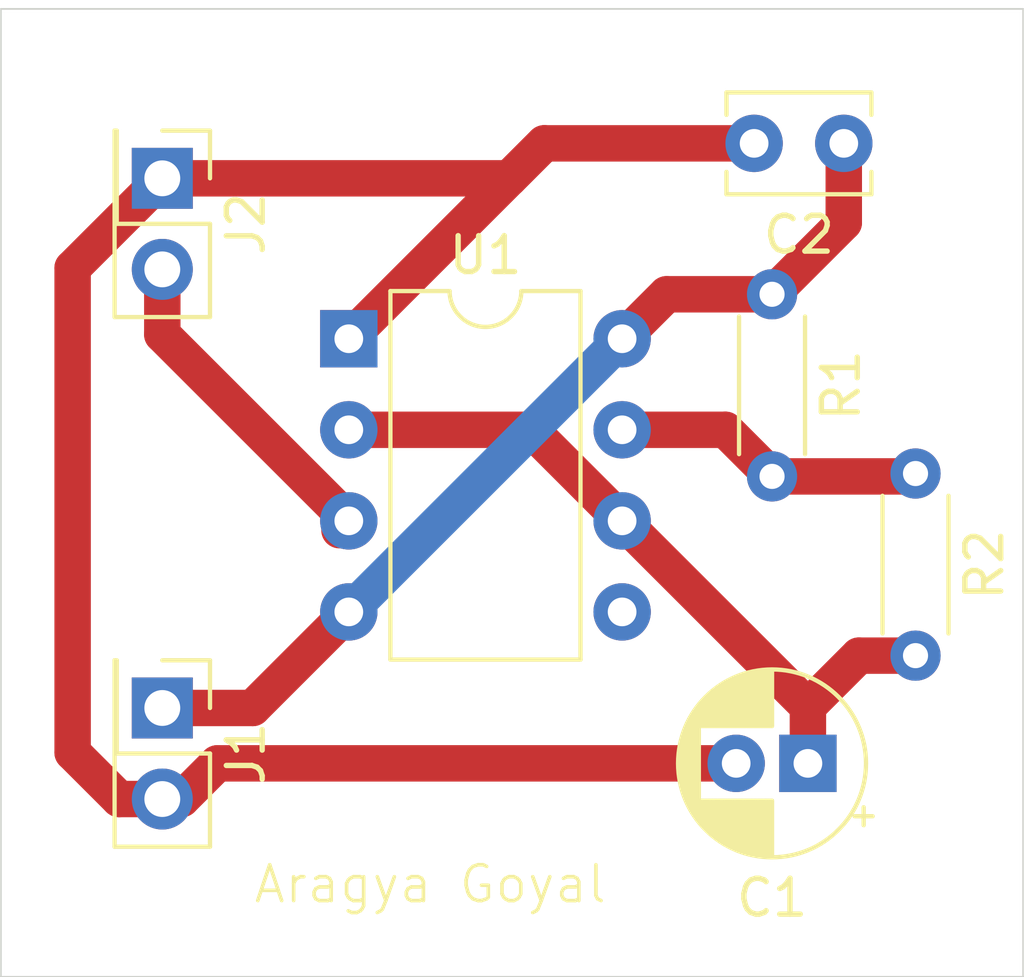
<source format=kicad_pcb>
(kicad_pcb (version 20240108) (generator "pcbnew") (generator_version "8.0")
  (layers (0 "F.Cu" signal) (31 "B.Cu" signal) (34 "B.Paste" user) (35 "F.Paste" user) (36 "B.SilkS" user "B.Silkscreen") (37 "F.SilkS" user "F.Silkscreen") (38 "B.Mask" user) (39 "F.Mask" user) (44 "Edge.Cuts" user))
  (net 0 "")
  (net 1 "GND")
  (net 2 "Net-(U1-THR)")
  (net 3 "+5V")
  (net 4 "Net-(J2-Pin_2)")
  (net 5 "Net-(U1-DIS)")
  (footprint "Package_DIP:DIP-8_W7.62mm" (layer "F.Cu") (at 147.7 93.2)
    (property "Reference" "U1" (at 3.81 -2.33 0) (layer "F.SilkS"))
    (property "Value" "NE555P")
    (fp_line (start 1.16 -1.33) (end 1.16 8.95) (stroke (width 0.12)) (layer "F.SilkS"))
    (fp_line (start 1.16 8.95) (end 6.46 8.95) (stroke (width 0.12)) (layer "F.SilkS"))
    (fp_line (start 2.81 -1.33) (end 1.16 -1.33) (stroke (width 0.12)) (layer "F.SilkS"))
    (fp_line (start 6.46 -1.33) (end 4.81 -1.33) (stroke (width 0.12)) (layer "F.SilkS"))
    (fp_line (start 6.46 8.95) (end 6.46 -1.33) (stroke (width 0.12)) (layer "F.SilkS"))
    (fp_arc (start 4.81 -1.33) (mid 3.81 -0.33) (end 2.81 -1.33) (stroke (width 0.12)) (layer "F.SilkS"))
    (pad "1" thru_hole rect (at 0 0) (size 1.6 1.6) (drill 0.8) (layers "*.Cu" "*.Mask") (net 1 "GND"))
    (pad "2" thru_hole oval (at 0 2.54) (size 1.6 1.6) (drill 0.8) (layers "*.Cu" "*.Mask") (net 2 "Net-(U1-THR)"))
    (pad "3" thru_hole oval (at 0 5.08) (size 1.6 1.6) (drill 0.8) (layers "*.Cu" "*.Mask") (net 4 "Net-(J2-Pin_2)"))
    (pad "4" thru_hole oval (at 0 7.62) (size 1.6 1.6) (drill 0.8) (layers "*.Cu" "*.Mask") (net 3 "+5V"))
    (pad "5" thru_hole oval (at 7.62 7.62) (size 1.6 1.6) (drill 0.8) (layers "*.Cu" "*.Mask"))
    (pad "6" thru_hole oval (at 7.62 5.08) (size 1.6 1.6) (drill 0.8) (layers "*.Cu" "*.Mask") (net 2 "Net-(U1-THR)"))
    (pad "7" thru_hole oval (at 7.62 2.54) (size 1.6 1.6) (drill 0.8) (layers "*.Cu" "*.Mask") (net 5 "Net-(U1-DIS)"))
    (pad "8" thru_hole oval (at 7.62 0) (size 1.6 1.6) (drill 0.8) (layers "*.Cu" "*.Mask") (net 3 "+5V"))
  )
  (footprint "Connector_PinHeader_2.54mm:PinHeader_2x01_P2.54mm_Vertical" (layer "F.Cu") (at 142.5 103.5 -90)
    (property "Reference" "J1" (at 1.27 -2.33 90) (layer "F.SilkS"))
    (property "Value" "Conn_01x02_Pin")
    (fp_line (start -1.33 1.33) (end 3.87 1.33) (stroke (width 0.12)) (layer "F.SilkS"))
    (fp_line (start -1.33 1.27) (end -1.33 1.33) (stroke (width 0.12)) (layer "F.SilkS"))
    (fp_line (start -1.33 1.27) (end 1.27 1.27) (stroke (width 0.12)) (layer "F.SilkS"))
    (fp_line (start 1.27 1.27) (end 1.27 -1.33) (stroke (width 0.12)) (layer "F.SilkS"))
    (fp_line (start -1.33 0) (end -1.33 -1.33) (stroke (width 0.12)) (layer "F.SilkS"))
    (fp_line (start -1.33 -1.33) (end 0 -1.33) (stroke (width 0.12)) (layer "F.SilkS"))
    (fp_line (start 1.27 -1.33) (end 3.87 -1.33) (stroke (width 0.12)) (layer "F.SilkS"))
    (fp_line (start 3.87 -1.33) (end 3.87 1.33) (stroke (width 0.12)) (layer "F.SilkS"))
    (pad "1" thru_hole rect (at 0 0 270) (size 1.7 1.7) (drill 1) (layers "*.Cu" "*.Mask") (net 3 "+5V"))
    (pad "2" thru_hole oval (at 2.54 0 270) (size 1.7 1.7) (drill 1) (layers "*.Cu" "*.Mask") (net 1 "GND"))
  )
  (footprint "Connector_PinHeader_2.54mm:PinHeader_2x01_P2.54mm_Vertical" (layer "F.Cu") (at 142.5 88.725 -90)
    (property "Reference" "J2" (at 1.27 -2.33 90) (layer "F.SilkS"))
    (property "Value" "Conn_01x02_Pin")
    (fp_line (start -1.33 1.33) (end 3.87 1.33) (stroke (width 0.12)) (layer "F.SilkS"))
    (fp_line (start -1.33 1.27) (end -1.33 1.33) (stroke (width 0.12)) (layer "F.SilkS"))
    (fp_line (start -1.33 1.27) (end 1.27 1.27) (stroke (width 0.12)) (layer "F.SilkS"))
    (fp_line (start 1.27 1.27) (end 1.27 -1.33) (stroke (width 0.12)) (layer "F.SilkS"))
    (fp_line (start -1.33 0) (end -1.33 -1.33) (stroke (width 0.12)) (layer "F.SilkS"))
    (fp_line (start -1.33 -1.33) (end 0 -1.33) (stroke (width 0.12)) (layer "F.SilkS"))
    (fp_line (start 1.27 -1.33) (end 3.87 -1.33) (stroke (width 0.12)) (layer "F.SilkS"))
    (fp_line (start 3.87 -1.33) (end 3.87 1.33) (stroke (width 0.12)) (layer "F.SilkS"))
    (pad "1" thru_hole rect (at 0 0 270) (size 1.7 1.7) (drill 1) (layers "*.Cu" "*.Mask") (net 1 "GND"))
    (pad "2" thru_hole oval (at 2.54 0 270) (size 1.7 1.7) (drill 1) (layers "*.Cu" "*.Mask") (net 4 "Net-(J2-Pin_2)"))
  )
  (footprint "Resistor_THT:R_Axial_DIN0204_L3.6mm_D1.6mm_P5.08mm_Horizontal" (layer "F.Cu") (at 159.5 91.96 -90)
    (property "Reference" "R1" (at 2.54 -1.92 90) (layer "F.SilkS"))
    (property "Value" "200")
    (fp_line (start 0.62 0.92) (end 4.46 0.92) (stroke (width 0.12)) (layer "F.SilkS"))
    (fp_line (start 0.62 -0.92) (end 4.46 -0.92) (stroke (width 0.12)) (layer "F.SilkS"))
    (pad "1" thru_hole circle (at 0 0 270) (size 1.4 1.4) (drill 0.7) (layers "*.Cu" "*.Mask") (net 3 "+5V"))
    (pad "2" thru_hole oval (at 5.08 0 270) (size 1.4 1.4) (drill 0.7) (layers "*.Cu" "*.Mask") (net 5 "Net-(U1-DIS)"))
  )
  (footprint "Resistor_THT:R_Axial_DIN0204_L3.6mm_D1.6mm_P5.08mm_Horizontal" (layer "F.Cu") (at 163.5 96.96 -90)
    (property "Reference" "R2" (at 2.54 -1.92 90) (layer "F.SilkS"))
    (property "Value" "47")
    (fp_line (start 0.62 0.92) (end 4.46 0.92) (stroke (width 0.12)) (layer "F.SilkS"))
    (fp_line (start 0.62 -0.92) (end 4.46 -0.92) (stroke (width 0.12)) (layer "F.SilkS"))
    (pad "1" thru_hole circle (at 0 0 270) (size 1.4 1.4) (drill 0.7) (layers "*.Cu" "*.Mask") (net 5 "Net-(U1-DIS)"))
    (pad "2" thru_hole oval (at 5.08 0 270) (size 1.4 1.4) (drill 0.7) (layers "*.Cu" "*.Mask") (net 2 "Net-(U1-THR)"))
  )
  (footprint "Capacitor_THT:C_Disc_D3.8mm_W2.6mm_P2.50mm" (layer "F.Cu") (at 161.5 87.75 180)
    (property "Reference" "C2" (at 1.25 -2.55 0) (layer "F.SilkS"))
    (property "Value" "0.01uF")
    (fp_line (start 3.27 0.795) (end 3.27 1.42) (stroke (width 0.12)) (layer "F.SilkS"))
    (fp_line (start 3.27 -1.42) (end 3.27 -0.795) (stroke (width 0.12)) (layer "F.SilkS"))
    (fp_line (start -0.77 1.42) (end 3.27 1.42) (stroke (width 0.12)) (layer "F.SilkS"))
    (fp_line (start -0.77 0.795) (end -0.77 1.42) (stroke (width 0.12)) (layer "F.SilkS"))
    (fp_line (start -0.77 -1.42) (end 3.27 -1.42) (stroke (width 0.12)) (layer "F.SilkS"))
    (fp_line (start -0.77 -1.42) (end -0.77 -0.795) (stroke (width 0.12)) (layer "F.SilkS"))
    (pad "1" thru_hole circle (at 0 0 180) (size 1.6 1.6) (drill 0.8) (layers "*.Cu" "*.Mask") (net 3 "+5V"))
    (pad "2" thru_hole circle (at 2.5 0 180) (size 1.6 1.6) (drill 0.8) (layers "*.Cu" "*.Mask") (net 1 "GND"))
  )
  (footprint "Capacitor_THT:CP_Radial_D5.0mm_P2.00mm" (layer "F.Cu") (at 160.5 105.044888 180)
    (property "Reference" "C1" (at 1 -3.75 0) (layer "F.SilkS"))
    (property "Value" "0.15uF")
    (fp_line (start 3.601 -0.284) (end 3.601 0.284) (stroke (width 0.12)) (layer "F.SilkS"))
    (fp_line (start 3.561 -0.518) (end 3.561 0.518) (stroke (width 0.12)) (layer "F.SilkS"))
    (fp_line (start 3.521 -0.677) (end 3.521 0.677) (stroke (width 0.12)) (layer "F.SilkS"))
    (fp_line (start 3.481 -0.805) (end 3.481 0.805) (stroke (width 0.12)) (layer "F.SilkS"))
    (fp_line (start 3.441 -0.915) (end 3.441 0.915) (stroke (width 0.12)) (layer "F.SilkS"))
    (fp_line (start 3.401 -1.011) (end 3.401 1.011) (stroke (width 0.12)) (layer "F.SilkS"))
    (fp_line (start 3.361 -1.098) (end 3.361 1.098) (stroke (width 0.12)) (layer "F.SilkS"))
    (fp_line (start 3.321 -1.178) (end 3.321 1.178) (stroke (width 0.12)) (layer "F.SilkS"))
    (fp_line (start 3.281 -1.251) (end 3.281 1.251) (stroke (width 0.12)) (layer "F.SilkS"))
    (fp_line (start 3.241 -1.319) (end 3.241 1.319) (stroke (width 0.12)) (layer "F.SilkS"))
    (fp_line (start 3.201 -1.383) (end 3.201 1.383) (stroke (width 0.12)) (layer "F.SilkS"))
    (fp_line (start 3.161 -1.443) (end 3.161 1.443) (stroke (width 0.12)) (layer "F.SilkS"))
    (fp_line (start 3.121 -1.5) (end 3.121 1.5) (stroke (width 0.12)) (layer "F.SilkS"))
    (fp_line (start 3.081 -1.554) (end 3.081 1.554) (stroke (width 0.12)) (layer "F.SilkS"))
    (fp_line (start 3.041 -1.605) (end 3.041 1.605) (stroke (width 0.12)) (layer "F.SilkS"))
    (fp_line (start 3.001 1.04) (end 3.001 1.653) (stroke (width 0.12)) (layer "F.SilkS"))
    (fp_line (start 3.001 -1.653) (end 3.001 -1.04) (stroke (width 0.12)) (layer "F.SilkS"))
    (fp_line (start 2.961 1.04) (end 2.961 1.699) (stroke (width 0.12)) (layer "F.SilkS"))
    (fp_line (start 2.961 -1.699) (end 2.961 -1.04) (stroke (width 0.12)) (layer "F.SilkS"))
    (fp_line (start 2.921 1.04) (end 2.921 1.743) (stroke (width 0.12)) (layer "F.SilkS"))
    (fp_line (start 2.921 -1.743) (end 2.921 -1.04) (stroke (width 0.12)) (layer "F.SilkS"))
    (fp_line (start 2.881 1.04) (end 2.881 1.785) (stroke (width 0.12)) (layer "F.SilkS"))
    (fp_line (start 2.881 -1.785) (end 2.881 -1.04) (stroke (width 0.12)) (layer "F.SilkS"))
    (fp_line (start 2.841 1.04) (end 2.841 1.826) (stroke (width 0.12)) (layer "F.SilkS"))
    (fp_line (start 2.841 -1.826) (end 2.841 -1.04) (stroke (width 0.12)) (layer "F.SilkS"))
    (fp_line (start 2.801 1.04) (end 2.801 1.864) (stroke (width 0.12)) (layer "F.SilkS"))
    (fp_line (start 2.801 -1.864) (end 2.801 -1.04) (stroke (width 0.12)) (layer "F.SilkS"))
    (fp_line (start 2.761 1.04) (end 2.761 1.901) (stroke (width 0.12)) (layer "F.SilkS"))
    (fp_line (start 2.761 -1.901) (end 2.761 -1.04) (stroke (width 0.12)) (layer "F.SilkS"))
    (fp_line (start 2.721 1.04) (end 2.721 1.937) (stroke (width 0.12)) (layer "F.SilkS"))
    (fp_line (start 2.721 -1.937) (end 2.721 -1.04) (stroke (width 0.12)) (layer "F.SilkS"))
    (fp_line (start 2.681 1.04) (end 2.681 1.971) (stroke (width 0.12)) (layer "F.SilkS"))
    (fp_line (start 2.681 -1.971) (end 2.681 -1.04) (stroke (width 0.12)) (layer "F.SilkS"))
    (fp_line (start 2.641 1.04) (end 2.641 2.004) (stroke (width 0.12)) (layer "F.SilkS"))
    (fp_line (start 2.641 -2.004) (end 2.641 -1.04) (stroke (width 0.12)) (layer "F.SilkS"))
    (fp_line (start 2.601 1.04) (end 2.601 2.035) (stroke (width 0.12)) (layer "F.SilkS"))
    (fp_line (start 2.601 -2.035) (end 2.601 -1.04) (stroke (width 0.12)) (layer "F.SilkS"))
    (fp_line (start 2.561 1.04) (end 2.561 2.065) (stroke (width 0.12)) (layer "F.SilkS"))
    (fp_line (start 2.561 -2.065) (end 2.561 -1.04) (stroke (width 0.12)) (layer "F.SilkS"))
    (fp_line (start 2.521 1.04) (end 2.521 2.095) (stroke (width 0.12)) (layer "F.SilkS"))
    (fp_line (start 2.521 -2.095) (end 2.521 -1.04) (stroke (width 0.12)) (layer "F.SilkS"))
    (fp_line (start 2.481 1.04) (end 2.481 2.122) (stroke (width 0.12)) (layer "F.SilkS"))
    (fp_line (start 2.481 -2.122) (end 2.481 -1.04) (stroke (width 0.12)) (layer "F.SilkS"))
    (fp_line (start 2.441 1.04) (end 2.441 2.149) (stroke (width 0.12)) (layer "F.SilkS"))
    (fp_line (start 2.441 -2.149) (end 2.441 -1.04) (stroke (width 0.12)) (layer "F.SilkS"))
    (fp_line (start 2.401 1.04) (end 2.401 2.175) (stroke (width 0.12)) (layer "F.SilkS"))
    (fp_line (start 2.401 -2.175) (end 2.401 -1.04) (stroke (width 0.12)) (layer "F.SilkS"))
    (fp_line (start 2.361 1.04) (end 2.361 2.2) (stroke (width 0.12)) (layer "F.SilkS"))
    (fp_line (start 2.361 -2.2) (end 2.361 -1.04) (stroke (width 0.12)) (layer "F.SilkS"))
    (fp_line (start 2.321 1.04) (end 2.321 2.224) (stroke (width 0.12)) (layer "F.SilkS"))
    (fp_line (start 2.321 -2.224) (end 2.321 -1.04) (stroke (width 0.12)) (layer "F.SilkS"))
    (fp_line (start 2.281 1.04) (end 2.281 2.247) (stroke (width 0.12)) (layer "F.SilkS"))
    (fp_line (start 2.281 -2.247) (end 2.281 -1.04) (stroke (width 0.12)) (layer "F.SilkS"))
    (fp_line (start 2.241 1.04) (end 2.241 2.268) (stroke (width 0.12)) (layer "F.SilkS"))
    (fp_line (start 2.241 -2.268) (end 2.241 -1.04) (stroke (width 0.12)) (layer "F.SilkS"))
    (fp_line (start 2.201 1.04) (end 2.201 2.29) (stroke (width 0.12)) (layer "F.SilkS"))
    (fp_line (start 2.201 -2.29) (end 2.201 -1.04) (stroke (width 0.12)) (layer "F.SilkS"))
    (fp_line (start 2.161 1.04) (end 2.161 2.31) (stroke (width 0.12)) (layer "F.SilkS"))
    (fp_line (start 2.161 -2.31) (end 2.161 -1.04) (stroke (width 0.12)) (layer "F.SilkS"))
    (fp_line (start 2.121 1.04) (end 2.121 2.329) (stroke (width 0.12)) (layer "F.SilkS"))
    (fp_line (start 2.121 -2.329) (end 2.121 -1.04) (stroke (width 0.12)) (layer "F.SilkS"))
    (fp_line (start 2.081 1.04) (end 2.081 2.348) (stroke (width 0.12)) (layer "F.SilkS"))
    (fp_line (start 2.081 -2.348) (end 2.081 -1.04) (stroke (width 0.12)) (layer "F.SilkS"))
    (fp_line (start 2.041 1.04) (end 2.041 2.365) (stroke (width 0.12)) (layer "F.SilkS"))
    (fp_line (start 2.041 -2.365) (end 2.041 -1.04) (stroke (width 0.12)) (layer "F.SilkS"))
    (fp_line (start 2.001 1.04) (end 2.001 2.382) (stroke (width 0.12)) (layer "F.SilkS"))
    (fp_line (start 2.001 -2.382) (end 2.001 -1.04) (stroke (width 0.12)) (layer "F.SilkS"))
    (fp_line (start 1.961 1.04) (end 1.961 2.398) (stroke (width 0.12)) (layer "F.SilkS"))
    (fp_line (start 1.961 -2.398) (end 1.961 -1.04) (stroke (width 0.12)) (layer "F.SilkS"))
    (fp_line (start 1.921 1.04) (end 1.921 2.414) (stroke (width 0.12)) (layer "F.SilkS"))
    (fp_line (start 1.921 -2.414) (end 1.921 -1.04) (stroke (width 0.12)) (layer "F.SilkS"))
    (fp_line (start 1.881 1.04) (end 1.881 2.428) (stroke (width 0.12)) (layer "F.SilkS"))
    (fp_line (start 1.881 -2.428) (end 1.881 -1.04) (stroke (width 0.12)) (layer "F.SilkS"))
    (fp_line (start 1.841 1.04) (end 1.841 2.442) (stroke (width 0.12)) (layer "F.SilkS"))
    (fp_line (start 1.841 -2.442) (end 1.841 -1.04) (stroke (width 0.12)) (layer "F.SilkS"))
    (fp_line (start 1.801 1.04) (end 1.801 2.455) (stroke (width 0.12)) (layer "F.SilkS"))
    (fp_line (start 1.801 -2.455) (end 1.801 -1.04) (stroke (width 0.12)) (layer "F.SilkS"))
    (fp_line (start 1.761 1.04) (end 1.761 2.468) (stroke (width 0.12)) (layer "F.SilkS"))
    (fp_line (start 1.761 -2.468) (end 1.761 -1.04) (stroke (width 0.12)) (layer "F.SilkS"))
    (fp_line (start 1.721 1.04) (end 1.721 2.48) (stroke (width 0.12)) (layer "F.SilkS"))
    (fp_line (start 1.721 -2.48) (end 1.721 -1.04) (stroke (width 0.12)) (layer "F.SilkS"))
    (fp_line (start 1.68 1.04) (end 1.68 2.491) (stroke (width 0.12)) (layer "F.SilkS"))
    (fp_line (start 1.68 -2.491) (end 1.68 -1.04) (stroke (width 0.12)) (layer "F.SilkS"))
    (fp_line (start 1.64 1.04) (end 1.64 2.501) (stroke (width 0.12)) (layer "F.SilkS"))
    (fp_line (start 1.64 -2.501) (end 1.64 -1.04) (stroke (width 0.12)) (layer "F.SilkS"))
    (fp_line (start 1.6 1.04) (end 1.6 2.511) (stroke (width 0.12)) (layer "F.SilkS"))
    (fp_line (start 1.6 -2.511) (end 1.6 -1.04) (stroke (width 0.12)) (layer "F.SilkS"))
    (fp_line (start 1.56 1.04) (end 1.56 2.52) (stroke (width 0.12)) (layer "F.SilkS"))
    (fp_line (start 1.56 -2.52) (end 1.56 -1.04) (stroke (width 0.12)) (layer "F.SilkS"))
    (fp_line (start 1.52 1.04) (end 1.52 2.528) (stroke (width 0.12)) (layer "F.SilkS"))
    (fp_line (start 1.52 -2.528) (end 1.52 -1.04) (stroke (width 0.12)) (layer "F.SilkS"))
    (fp_line (start 1.48 1.04) (end 1.48 2.536) (stroke (width 0.12)) (layer "F.SilkS"))
    (fp_line (start 1.48 -2.536) (end 1.48 -1.04) (stroke (width 0.12)) (layer "F.SilkS"))
    (fp_line (start 1.44 1.04) (end 1.44 2.543) (stroke (width 0.12)) (layer "F.SilkS"))
    (fp_line (start 1.44 -2.543) (end 1.44 -1.04) (stroke (width 0.12)) (layer "F.SilkS"))
    (fp_line (start 1.4 1.04) (end 1.4 2.55) (stroke (width 0.12)) (layer "F.SilkS"))
    (fp_line (start 1.4 -2.55) (end 1.4 -1.04) (stroke (width 0.12)) (layer "F.SilkS"))
    (fp_line (start 1.36 1.04) (end 1.36 2.556) (stroke (width 0.12)) (layer "F.SilkS"))
    (fp_line (start 1.36 -2.556) (end 1.36 -1.04) (stroke (width 0.12)) (layer "F.SilkS"))
    (fp_line (start 1.32 1.04) (end 1.32 2.561) (stroke (width 0.12)) (layer "F.SilkS"))
    (fp_line (start 1.32 -2.561) (end 1.32 -1.04) (stroke (width 0.12)) (layer "F.SilkS"))
    (fp_line (start 1.28 1.04) (end 1.28 2.565) (stroke (width 0.12)) (layer "F.SilkS"))
    (fp_line (start 1.28 -2.565) (end 1.28 -1.04) (stroke (width 0.12)) (layer "F.SilkS"))
    (fp_line (start 1.24 1.04) (end 1.24 2.569) (stroke (width 0.12)) (layer "F.SilkS"))
    (fp_line (start 1.24 -2.569) (end 1.24 -1.04) (stroke (width 0.12)) (layer "F.SilkS"))
    (fp_line (start 1.2 1.04) (end 1.2 2.573) (stroke (width 0.12)) (layer "F.SilkS"))
    (fp_line (start 1.2 -2.573) (end 1.2 -1.04) (stroke (width 0.12)) (layer "F.SilkS"))
    (fp_line (start 1.16 1.04) (end 1.16 2.576) (stroke (width 0.12)) (layer "F.SilkS"))
    (fp_line (start 1.16 -2.576) (end 1.16 -1.04) (stroke (width 0.12)) (layer "F.SilkS"))
    (fp_line (start 1.12 1.04) (end 1.12 2.578) (stroke (width 0.12)) (layer "F.SilkS"))
    (fp_line (start 1.12 -2.578) (end 1.12 -1.04) (stroke (width 0.12)) (layer "F.SilkS"))
    (fp_line (start 1.08 1.04) (end 1.08 2.579) (stroke (width 0.12)) (layer "F.SilkS"))
    (fp_line (start 1.08 -2.579) (end 1.08 -1.04) (stroke (width 0.12)) (layer "F.SilkS"))
    (fp_line (start 1.04 1.04) (end 1.04 2.58) (stroke (width 0.12)) (layer "F.SilkS"))
    (fp_line (start 1.04 -2.58) (end 1.04 -1.04) (stroke (width 0.12)) (layer "F.SilkS"))
    (fp_line (start 1 1.04) (end 1 2.58) (stroke (width 0.12)) (layer "F.SilkS"))
    (fp_line (start 1 -2.58) (end 1 -1.04) (stroke (width 0.12)) (layer "F.SilkS"))
    (fp_line (start -1.554775 -1.725) (end -1.554775 -1.225) (stroke (width 0.12)) (layer "F.SilkS"))
    (fp_line (start -1.804775 -1.475) (end -1.304775 -1.475) (stroke (width 0.12)) (layer "F.SilkS"))
    (fp_circle (center 1 0) (end 3.62 0) (stroke (width 0.12)) (fill none) (layer "F.SilkS"))
    (pad "1" thru_hole rect (at 0 0 180) (size 1.6 1.6) (drill 0.8) (layers "*.Cu" "*.Mask") (net 2 "Net-(U1-THR)"))
    (pad "2" thru_hole circle (at 2 0 180) (size 1.6 1.6) (drill 0.8) (layers "*.Cu" "*.Mask") (net 1 "GND"))
  )
  (gr_rect (start 138 84) (end 166.5 111) (stroke (width 0.05)) (fill none) (layer "Edge.Cuts"))
  (gr_text "Aragya Goyal" (at 145 109 0) (layer "F.SilkS") (effects (font (size 1 1) (thickness 0.1)) (justify left bottom)))
  (segment (start 142.5 106.04) (end 143.04 106.04) (width 1.016) (layer "F.Cu") (net 1))
  (segment (start 142.5 88.725) (end 152.175 88.725) (width 1.016) (layer "F.Cu") (net 1))
  (segment (start 153.15 87.75) (end 147.7 93.2) (width 1.016) (layer "F.Cu") (net 1))
  (segment (start 143.04 106.04) (end 144.035112 105.044888) (width 1.016) (layer "F.Cu") (net 1))
  (segment (start 152.175 88.725) (end 153.15 87.75) (width 1.016) (layer "F.Cu") (net 1))
  (segment (start 140 91.225) (end 142.5 88.725) (width 1.016) (layer "F.Cu") (net 1))
  (segment (start 140 104.742081) (end 141.297919 106.04) (width 1.016) (layer "F.Cu") (net 1))
  (segment (start 144.035112 105.044888) (end 158.5 105.044888) (width 1.016) (layer "F.Cu") (net 1))
  (segment (start 159 87.75) (end 153.15 87.75) (width 1.016) (layer "F.Cu") (net 1))
  (segment (start 140 104.742081) (end 140 91.225) (width 1.016) (layer "F.Cu") (net 1))
  (segment (start 141.297919 106.04) (end 142.5 106.04) (width 1.016) (layer "F.Cu") (net 1))
  (segment (start 160.5 103.46) (end 160.5 105.044888) (width 1.016) (layer "F.Cu") (net 2))
  (segment (start 161.92 102.04) (end 160.5 103.46) (width 1.016) (layer "F.Cu") (net 2))
  (segment (start 163.5 102.04) (end 161.92 102.04) (width 1.016) (layer "F.Cu") (net 2))
  (segment (start 147.7 95.74) (end 152.78 95.74) (width 1.016) (layer "F.Cu") (net 2))
  (segment (start 155.32 98.28) (end 160.5 103.46) (width 1.016) (layer "F.Cu") (net 2))
  (segment (start 152.78 95.74) (end 155.32 98.28) (width 1.016) (layer "F.Cu") (net 2))
  (segment (start 161.5 87.75) (end 161.5 89.96) (width 1.016) (layer "F.Cu") (net 3))
  (segment (start 142.5 103.5) (end 145.02 103.5) (width 1.016) (layer "F.Cu") (net 3))
  (segment (start 161.5 89.96) (end 159.5 91.96) (width 1.016) (layer "F.Cu") (net 3))
  (segment (start 159.5 91.96) (end 156.56 91.96) (width 1.016) (layer "F.Cu") (net 3))
  (segment (start 156.56 91.96) (end 155.32 93.2) (width 1.016) (layer "F.Cu") (net 3))
  (segment (start 145.02 103.5) (end 147.7 100.82) (width 1.016) (layer "F.Cu") (net 3))
  (segment (start 147.7 100.82) (end 155.32 93.2) (width 1.016) (layer "B.Cu") (net 3))
  (segment (start 142.5 91.265) (end 142.5 93.08) (width 1.016) (layer "F.Cu") (net 4))
  (segment (start 147.44 98.54) (end 147.7 98.28) (width 1.016) (layer "F.Cu") (net 4))
  (segment (start 142.5 93.08) (end 147.7 98.28) (width 1.016) (layer "F.Cu") (net 4))
  (segment (start 163.42 97.04) (end 163.5 96.96) (width 1.016) (layer "F.Cu") (net 5))
  (segment (start 159.5 97.04) (end 163.42 97.04) (width 1.016) (layer "F.Cu") (net 5))
  (segment (start 155.32 95.74) (end 158.2 95.74) (width 1.016) (layer "F.Cu") (net 5))
  (segment (start 158.2 95.74) (end 159.5 97.04) (width 1.016) (layer "F.Cu") (net 5))
)
</source>
